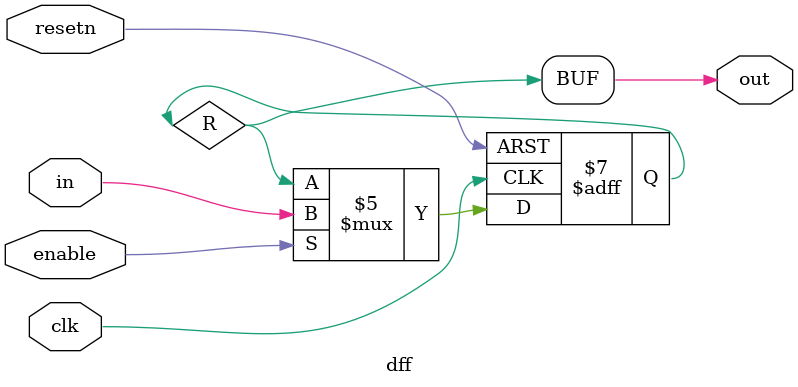
<source format=v>
module dff(
		clk,
		resetn,
		enable,
		in,
		out
);
	input clk;
	input resetn;
	input enable;
	input in;
	output out;
	
	
	
	reg R;
	
	assign out = R;
	
	always @ (posedge clk or negedge resetn) 
	begin
		if (resetn == 1'b0) R <= 1'b0;
		else 
			if (enable == 1'b1) 
				R <= in;
			else 
				R <= R;
	end

endmodule
</source>
